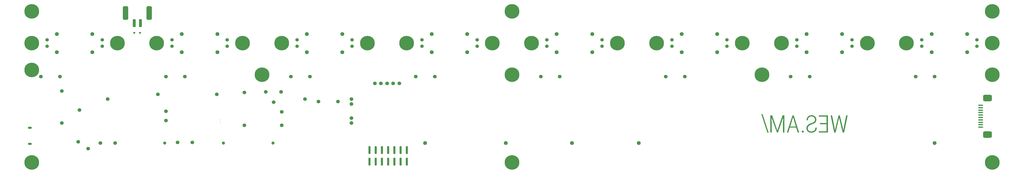
<source format=gbs>
G04*
G04 #@! TF.GenerationSoftware,Altium Limited,Altium Designer,18.0.7 (293)*
G04*
G04 Layer_Color=16711935*
%FSLAX25Y25*%
%MOIN*%
G70*
G01*
G75*
G04:AMPARAMS|DCode=67|XSize=23.62mil|YSize=31.5mil|CornerRadius=5.91mil|HoleSize=0mil|Usage=FLASHONLY|Rotation=270.000|XOffset=0mil|YOffset=0mil|HoleType=Round|Shape=RoundedRectangle|*
%AMROUNDEDRECTD67*
21,1,0.02362,0.01968,0,0,270.0*
21,1,0.01181,0.03150,0,0,270.0*
1,1,0.01181,-0.00984,-0.00591*
1,1,0.01181,-0.00984,0.00591*
1,1,0.01181,0.00984,0.00591*
1,1,0.01181,0.00984,-0.00591*
%
%ADD67ROUNDEDRECTD67*%
%ADD90C,0.06299*%
%ADD91C,0.05512*%
%ADD92C,0.05906*%
%ADD93O,0.06299X0.03543*%
%ADD94C,0.23622*%
%ADD95C,0.01181*%
%ADD96C,0.05118*%
G04:AMPARAMS|DCode=106|XSize=19.68mil|YSize=78.74mil|CornerRadius=9.84mil|HoleSize=0mil|Usage=FLASHONLY|Rotation=270.000|XOffset=0mil|YOffset=0mil|HoleType=Round|Shape=RoundedRectangle|*
%AMROUNDEDRECTD106*
21,1,0.01968,0.05906,0,0,270.0*
21,1,0.00000,0.07874,0,0,270.0*
1,1,0.01968,-0.02953,0.00000*
1,1,0.01968,-0.02953,0.00000*
1,1,0.01968,0.02953,0.00000*
1,1,0.01968,0.02953,0.00000*
%
%ADD106ROUNDEDRECTD106*%
G04:AMPARAMS|DCode=107|XSize=105.51mil|YSize=141.73mil|CornerRadius=26.38mil|HoleSize=0mil|Usage=FLASHONLY|Rotation=270.000|XOffset=0mil|YOffset=0mil|HoleType=Round|Shape=RoundedRectangle|*
%AMROUNDEDRECTD107*
21,1,0.10551,0.08898,0,0,270.0*
21,1,0.05276,0.14173,0,0,270.0*
1,1,0.05276,-0.04449,-0.02638*
1,1,0.05276,-0.04449,0.02638*
1,1,0.05276,0.04449,0.02638*
1,1,0.05276,0.04449,-0.02638*
%
%ADD107ROUNDEDRECTD107*%
G04:AMPARAMS|DCode=108|XSize=47.24mil|YSize=125.98mil|CornerRadius=11.81mil|HoleSize=0mil|Usage=FLASHONLY|Rotation=0.000|XOffset=0mil|YOffset=0mil|HoleType=Round|Shape=RoundedRectangle|*
%AMROUNDEDRECTD108*
21,1,0.04724,0.10236,0,0,0.0*
21,1,0.02362,0.12598,0,0,0.0*
1,1,0.02362,0.01181,-0.05118*
1,1,0.02362,-0.01181,-0.05118*
1,1,0.02362,-0.01181,0.05118*
1,1,0.02362,0.01181,0.05118*
%
%ADD108ROUNDEDRECTD108*%
G04:AMPARAMS|DCode=109|XSize=86.61mil|YSize=220.47mil|CornerRadius=21.65mil|HoleSize=0mil|Usage=FLASHONLY|Rotation=0.000|XOffset=0mil|YOffset=0mil|HoleType=Round|Shape=RoundedRectangle|*
%AMROUNDEDRECTD109*
21,1,0.08661,0.17717,0,0,0.0*
21,1,0.04331,0.22047,0,0,0.0*
1,1,0.04331,0.02165,-0.08858*
1,1,0.04331,-0.02165,-0.08858*
1,1,0.04331,-0.02165,0.08858*
1,1,0.04331,0.02165,0.08858*
%
%ADD109ROUNDEDRECTD109*%
G04:AMPARAMS|DCode=110|XSize=31.5mil|YSize=125.98mil|CornerRadius=7.87mil|HoleSize=0mil|Usage=FLASHONLY|Rotation=0.000|XOffset=0mil|YOffset=0mil|HoleType=Round|Shape=RoundedRectangle|*
%AMROUNDEDRECTD110*
21,1,0.03150,0.11024,0,0,0.0*
21,1,0.01575,0.12598,0,0,0.0*
1,1,0.01575,0.00787,-0.05512*
1,1,0.01575,-0.00787,-0.05512*
1,1,0.01575,-0.00787,0.05512*
1,1,0.01575,0.00787,0.05512*
%
%ADD110ROUNDEDRECTD110*%
G36*
X1199803Y63976D02*
X1197908D01*
X1188242Y93920D01*
X1190138D01*
X1199803Y63976D01*
D02*
G37*
G36*
X1320944Y64355D02*
X1318859D01*
X1313553Y85819D01*
X1313031Y88377D01*
X1312510Y85819D01*
X1307298Y64355D01*
X1305261D01*
X1299386Y91931D01*
X1301613D01*
X1305688Y71842D01*
X1306398Y67719D01*
X1307204Y71652D01*
X1312084Y91931D01*
X1314026D01*
X1318954Y71652D01*
X1319807Y67719D01*
X1320470Y71842D01*
X1324545Y91931D01*
X1326772D01*
X1320944Y64355D01*
D02*
G37*
G36*
X1225094Y64355D02*
X1222915D01*
Y76342D01*
X1223104Y88187D01*
X1214718Y64355D01*
X1213012D01*
X1204579Y88330D01*
X1204768Y76295D01*
Y64355D01*
X1202589D01*
Y91931D01*
X1205479D01*
X1213865Y67625D01*
X1222204Y91931D01*
X1225094D01*
Y64355D01*
D02*
G37*
G36*
X1294980Y64355D02*
X1280481D01*
Y66345D01*
X1292800D01*
Y77574D01*
X1282092D01*
Y79564D01*
X1292800D01*
Y89893D01*
X1280576D01*
Y91931D01*
X1294980D01*
Y64355D01*
D02*
G37*
G36*
X1248784D02*
X1246510D01*
X1244141Y72078D01*
X1233812Y72078D01*
X1231443Y64355D01*
X1229169D01*
X1237982Y91931D01*
X1239972D01*
X1248784Y64355D01*
D02*
G37*
G36*
X1255038Y67246D02*
X1255370Y67103D01*
X1255607Y66961D01*
X1255702Y66866D01*
X1255939Y66487D01*
X1256081Y66109D01*
X1256128Y65824D01*
Y65777D01*
Y65729D01*
X1256081Y65303D01*
X1255891Y64924D01*
X1255749Y64735D01*
X1255702Y64640D01*
X1255323Y64403D01*
X1254944Y64261D01*
X1254659Y64213D01*
X1254517D01*
X1253996Y64261D01*
X1253617Y64450D01*
X1253427Y64592D01*
X1253333Y64640D01*
X1253096Y64971D01*
X1252954Y65350D01*
X1252906Y65635D01*
Y65682D01*
Y65729D01*
X1252954Y66203D01*
X1253096Y66535D01*
X1253285Y66772D01*
X1253333Y66866D01*
X1253712Y67151D01*
X1254091Y67293D01*
X1254375Y67340D01*
X1254517D01*
X1255038Y67246D01*
D02*
G37*
G36*
X1269868Y92215D02*
X1270958Y91978D01*
X1271953Y91694D01*
X1272758Y91315D01*
X1273422Y90936D01*
X1273896Y90651D01*
X1274038Y90509D01*
X1274180Y90414D01*
X1274227Y90367D01*
X1274275Y90320D01*
X1274654Y89941D01*
X1274985Y89514D01*
X1275554Y88661D01*
X1275933Y87809D01*
X1276170Y87003D01*
X1276359Y86245D01*
X1276407Y85961D01*
Y85676D01*
X1276454Y85439D01*
Y85297D01*
Y85203D01*
Y85155D01*
X1276407Y84587D01*
X1276359Y84018D01*
X1276122Y82976D01*
X1275743Y82123D01*
X1275317Y81365D01*
X1274938Y80796D01*
X1274559Y80370D01*
X1274322Y80086D01*
X1274227Y80038D01*
Y79991D01*
X1273516Y79470D01*
X1272664Y78948D01*
X1271811Y78475D01*
X1270911Y78096D01*
X1270152Y77764D01*
X1269821Y77622D01*
X1269489Y77527D01*
X1269252Y77432D01*
X1269063Y77337D01*
X1268968Y77290D01*
X1268921D01*
X1268257Y77053D01*
X1267689Y76816D01*
X1267120Y76579D01*
X1266646Y76390D01*
X1266173Y76153D01*
X1265794Y75963D01*
X1265130Y75537D01*
X1264657Y75205D01*
X1264277Y74968D01*
X1264088Y74779D01*
X1264040Y74732D01*
X1263614Y74211D01*
X1263282Y73594D01*
X1263046Y72979D01*
X1262856Y72410D01*
X1262761Y71889D01*
X1262714Y71462D01*
Y71178D01*
Y71131D01*
Y71083D01*
X1262761Y70278D01*
X1262951Y69520D01*
X1263235Y68904D01*
X1263519Y68335D01*
X1263804Y67909D01*
X1264088Y67577D01*
X1264277Y67388D01*
X1264325Y67340D01*
X1264941Y66866D01*
X1265651Y66535D01*
X1266315Y66298D01*
X1266978Y66156D01*
X1267594Y66061D01*
X1268068Y65966D01*
X1268494D01*
X1269537Y66061D01*
X1270484Y66251D01*
X1271290Y66487D01*
X1272000Y66819D01*
X1272522Y67103D01*
X1272901Y67388D01*
X1273137Y67577D01*
X1273232Y67625D01*
X1273801Y68288D01*
X1274227Y69046D01*
X1274559Y69804D01*
X1274748Y70562D01*
X1274891Y71226D01*
X1274938Y71747D01*
X1274985Y71936D01*
Y72078D01*
Y72173D01*
Y72220D01*
X1277165D01*
X1277117Y71273D01*
X1276975Y70467D01*
X1276786Y69709D01*
X1276596Y69046D01*
X1276407Y68525D01*
X1276217Y68098D01*
X1276075Y67861D01*
X1276028Y67767D01*
X1275554Y67103D01*
X1275080Y66535D01*
X1274559Y66061D01*
X1274038Y65635D01*
X1273611Y65350D01*
X1273232Y65114D01*
X1272995Y64971D01*
X1272901Y64924D01*
X1272143Y64592D01*
X1271384Y64355D01*
X1270626Y64213D01*
X1269963Y64118D01*
X1269347Y64024D01*
X1268921Y63976D01*
X1268494D01*
X1267215Y64071D01*
X1266078Y64261D01*
X1265083Y64592D01*
X1264230Y64971D01*
X1263614Y65303D01*
X1263093Y65635D01*
X1262951Y65729D01*
X1262809Y65824D01*
X1262761Y65919D01*
X1262714D01*
X1262335Y66298D01*
X1262003Y66724D01*
X1261435Y67577D01*
X1261056Y68430D01*
X1260819Y69283D01*
X1260629Y69994D01*
X1260582Y70325D01*
Y70610D01*
X1260534Y70799D01*
Y70989D01*
Y71083D01*
Y71131D01*
X1260582Y71889D01*
X1260629Y72552D01*
X1260771Y73121D01*
X1260913Y73642D01*
X1261056Y74068D01*
X1261150Y74400D01*
X1261245Y74590D01*
X1261292Y74637D01*
X1261624Y75205D01*
X1262003Y75679D01*
X1262382Y76106D01*
X1262761Y76532D01*
X1263093Y76816D01*
X1263377Y77053D01*
X1263567Y77195D01*
X1263661Y77243D01*
X1264325Y77669D01*
X1265036Y78048D01*
X1265841Y78427D01*
X1266599Y78759D01*
X1267262Y79043D01*
X1267831Y79233D01*
X1268068Y79327D01*
X1268210Y79375D01*
X1268305Y79422D01*
X1268352D01*
X1269442Y79801D01*
X1270342Y80228D01*
X1271148Y80654D01*
X1271764Y80986D01*
X1272237Y81317D01*
X1272569Y81554D01*
X1272806Y81744D01*
X1272853Y81791D01*
X1273327Y82312D01*
X1273659Y82881D01*
X1273943Y83450D01*
X1274085Y84018D01*
X1274180Y84492D01*
X1274227Y84871D01*
X1274275Y85108D01*
Y85203D01*
X1274227Y86008D01*
X1274038Y86719D01*
X1273801Y87335D01*
X1273516Y87856D01*
X1273232Y88282D01*
X1272995Y88614D01*
X1272806Y88803D01*
X1272758Y88851D01*
X1272143Y89325D01*
X1271479Y89656D01*
X1270769Y89941D01*
X1270105Y90083D01*
X1269537Y90178D01*
X1269063Y90272D01*
X1268636D01*
X1267689Y90178D01*
X1266836Y89988D01*
X1266078Y89704D01*
X1265509Y89419D01*
X1264988Y89088D01*
X1264657Y88803D01*
X1264420Y88614D01*
X1264372Y88519D01*
X1263851Y87856D01*
X1263472Y87098D01*
X1263188Y86340D01*
X1262998Y85629D01*
X1262903Y85013D01*
X1262809Y84492D01*
Y84302D01*
Y84160D01*
Y84066D01*
Y84018D01*
X1260629D01*
X1260676Y84681D01*
X1260724Y85345D01*
X1260961Y86482D01*
X1261340Y87524D01*
X1261766Y88377D01*
X1262193Y89040D01*
X1262382Y89325D01*
X1262524Y89562D01*
X1262714Y89751D01*
X1262809Y89893D01*
X1262856Y89941D01*
X1262903Y89988D01*
X1263330Y90414D01*
X1263804Y90746D01*
X1264277Y91078D01*
X1264751Y91315D01*
X1265699Y91741D01*
X1266599Y92025D01*
X1267404Y92168D01*
X1267736Y92262D01*
X1268068D01*
X1268305Y92310D01*
X1268636D01*
X1269868Y92215D01*
D02*
G37*
%LPC*%
G36*
X1238976Y88851D02*
X1234428Y74068D01*
X1243525Y74068D01*
X1238976Y88851D01*
D02*
G37*
%LPD*%
D67*
X189764Y225394D02*
D03*
X180315D02*
D03*
D90*
X113189Y193996D02*
D03*
Y223327D02*
D03*
X56102Y193996D02*
D03*
Y223327D02*
D03*
X256890D02*
D03*
Y193996D02*
D03*
X313976Y223327D02*
D03*
Y193996D02*
D03*
X514764D02*
D03*
Y223327D02*
D03*
X457677Y193996D02*
D03*
Y223327D02*
D03*
X658465D02*
D03*
Y193996D02*
D03*
X715551Y223327D02*
D03*
Y193996D02*
D03*
X916339D02*
D03*
Y223327D02*
D03*
X859252Y193996D02*
D03*
Y223327D02*
D03*
X1060039D02*
D03*
Y193996D02*
D03*
X1117126Y223327D02*
D03*
Y193996D02*
D03*
X1317913D02*
D03*
Y223327D02*
D03*
X1260827Y193996D02*
D03*
Y223327D02*
D03*
X1461614D02*
D03*
Y193996D02*
D03*
X1518701Y223327D02*
D03*
Y193996D02*
D03*
X1466535Y47244D02*
D03*
X991142D02*
D03*
X883858D02*
D03*
X777559D02*
D03*
X647638D02*
D03*
D91*
X40354Y213779D02*
D03*
Y203543D02*
D03*
X128937Y213779D02*
D03*
Y203543D02*
D03*
X329724D02*
D03*
Y213779D02*
D03*
X241142Y203543D02*
D03*
Y213779D02*
D03*
X441929D02*
D03*
Y203543D02*
D03*
X530512Y213779D02*
D03*
Y203543D02*
D03*
X731299D02*
D03*
Y213779D02*
D03*
X642717Y203543D02*
D03*
Y213779D02*
D03*
X843504D02*
D03*
Y203543D02*
D03*
X932087Y213779D02*
D03*
Y203543D02*
D03*
X1132874D02*
D03*
Y213779D02*
D03*
X1044291Y203543D02*
D03*
Y213779D02*
D03*
X1245079D02*
D03*
Y203543D02*
D03*
X1333661Y213779D02*
D03*
Y203543D02*
D03*
X1534449D02*
D03*
Y213779D02*
D03*
X1445866Y203543D02*
D03*
Y213779D02*
D03*
D92*
X576772Y143701D02*
D03*
X566929D02*
D03*
X606299D02*
D03*
X596457D02*
D03*
X586614D02*
D03*
X529528Y87598D02*
D03*
Y118110D02*
D03*
Y79724D02*
D03*
Y110236D02*
D03*
X231299Y83661D02*
D03*
X137795Y118110D02*
D03*
X218504Y125984D02*
D03*
X231299Y98425D02*
D03*
X476378Y114173D02*
D03*
X507874D02*
D03*
X416339Y129921D02*
D03*
X404528Y113189D02*
D03*
X417323Y75787D02*
D03*
X391732Y129921D02*
D03*
X454724Y118110D02*
D03*
X357283Y128937D02*
D03*
X417323Y97441D02*
D03*
X61024Y154528D02*
D03*
X30512D02*
D03*
X261811D02*
D03*
X462598D02*
D03*
X663386D02*
D03*
X864173D02*
D03*
X1064961D02*
D03*
X1265748D02*
D03*
X1466535D02*
D03*
X231299D02*
D03*
X432087D02*
D03*
X632874D02*
D03*
X833661D02*
D03*
X1034449D02*
D03*
X1235236D02*
D03*
X1436024D02*
D03*
X357283Y75787D02*
D03*
X250000Y48228D02*
D03*
X273622D02*
D03*
X125984Y47244D02*
D03*
X149606D02*
D03*
X312992Y125984D02*
D03*
X63976Y131102D02*
D03*
X106299Y38386D02*
D03*
X92520Y100591D02*
D03*
X63976Y79724D02*
D03*
X90551Y49213D02*
D03*
D93*
X12795Y72047D02*
D03*
Y46063D02*
D03*
D94*
X1559055Y157480D02*
D03*
X1188976D02*
D03*
X787402D02*
D03*
X385827D02*
D03*
X15748Y165354D02*
D03*
X15748Y208661D02*
D03*
X216535D02*
D03*
X417323D02*
D03*
X618110D02*
D03*
X818898D02*
D03*
X1019685D02*
D03*
X1220473D02*
D03*
X1421260D02*
D03*
X153543D02*
D03*
X354331Y208661D02*
D03*
X555118D02*
D03*
X755905Y208661D02*
D03*
X956693Y208661D02*
D03*
X1157480D02*
D03*
X1358268D02*
D03*
X1559055Y208661D02*
D03*
X15748Y15748D02*
D03*
X787402D02*
D03*
X15748Y259842D02*
D03*
X787402D02*
D03*
X1559055D02*
D03*
Y15748D02*
D03*
D95*
X318898Y79724D02*
D03*
Y82677D02*
D03*
Y85630D02*
D03*
D96*
X403543Y47244D02*
D03*
X323819D02*
D03*
X229331D02*
D03*
D106*
X1540354Y92520D02*
D03*
Y96457D02*
D03*
Y100394D02*
D03*
Y104331D02*
D03*
Y108268D02*
D03*
Y88583D02*
D03*
Y84646D02*
D03*
Y80709D02*
D03*
Y76772D02*
D03*
Y72835D02*
D03*
D107*
X1551378Y120039D02*
D03*
Y61063D02*
D03*
D108*
X190354Y240748D02*
D03*
X180512D02*
D03*
D109*
X166339Y257283D02*
D03*
X204528D02*
D03*
D110*
X558583Y36024D02*
D03*
X568583D02*
D03*
X578583D02*
D03*
X588583D02*
D03*
X598583D02*
D03*
X608583D02*
D03*
X618583D02*
D03*
Y17126D02*
D03*
X608583D02*
D03*
X598583D02*
D03*
X588583D02*
D03*
X578583D02*
D03*
X568583D02*
D03*
X558583D02*
D03*
M02*

</source>
